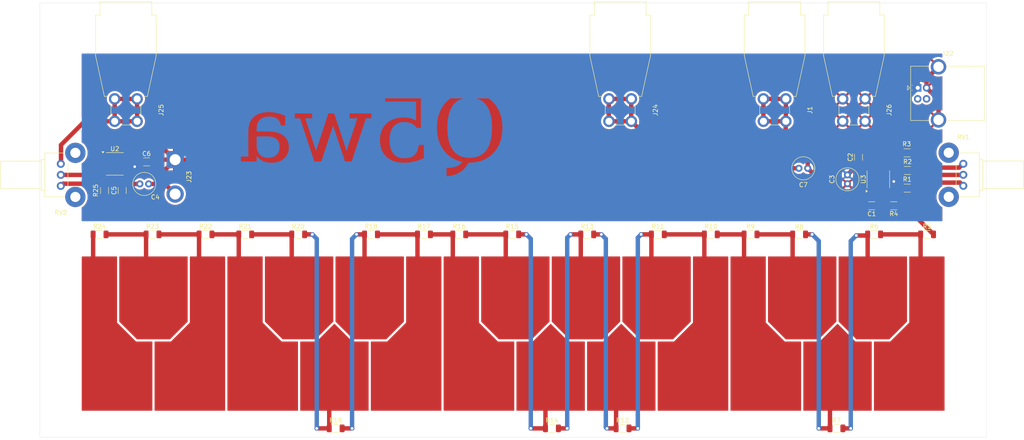
<source format=kicad_pcb>
(kicad_pcb (version 20240108) (generator "pcbnew") (generator_version "8.0")
  (layers (0 "F.Cu" signal) (31 "B.Cu" signal) (34 "B.Paste" user) (35 "F.Paste" user) (36 "B.SilkS" user "B.Silkscreen") (37 "F.SilkS" user "F.Silkscreen") (38 "B.Mask" user) (39 "F.Mask" user) (44 "Edge.Cuts" user))
  (net 0 "")
  (net 1 "Net-(U3-THR)")
  (net 2 "GND")
  (net 3 "VCC")
  (net 4 "Net-(J23-Pin_2)")
  (net 5 "Net-(C4-Pad1)")
  (net 6 "Net-(C5-Pad1)")
  (net 7 "Net-(J1-Pin_1)")
  (net 10 "Net-(J25-Pin_1)")
  (net 11 "Net-(R1-Pad2)")
  (net 12 "Net-(R2-Pad1)")
  (net 13 "Net-(U3-CV)")
  (net 14 "Net-(R3-Pad2)")
  (net 15 "Net-(R4-Pad1)")
  (net 16 "Net-(J2-Pin_1)")
  (net 17 "Net-(J3-Pin_1)")
  (net 18 "Net-(J4-Pin_1)")
  (net 19 "Net-(J5-Pin_1)")
  (net 20 "Net-(J6-Pin_1)")
  (net 21 "Net-(J7-Pin_1)")
  (net 22 "Net-(J8-Pin_1)")
  (net 23 "Net-(J9-Pin_1)")
  (net 24 "Net-(J10-Pin_1)")
  (net 25 "Net-(J11-Pin_1)")
  (net 26 "Net-(J12-Pin_1)")
  (net 27 "Net-(J13-Pin_1)")
  (net 28 "Net-(J14-Pin_1)")
  (net 29 "Net-(J15-Pin_1)")
  (net 30 "Net-(J16-Pin_1)")
  (net 31 "Net-(J17-Pin_1)")
  (net 32 "Net-(J18-Pin_1)")
  (net 33 "Net-(J19-Pin_1)")
  (net 34 "Net-(J20-Pin_1)")
  (net 35 "Net-(J21-Pin_1)")
  (net 36 "Net-(U2-+)")
  (net 41 "Net-(J24-Pin_1)")
  (footprint "Resistor_SMD:R_1206_3216Metric" (layer "F.Cu") (at 143.0375 108)
    (property "Reference" "R15" (at 0 -1.82 0) (layer "F.SilkS"))
    (property "Value" "6k34")
    (pad "1" smd roundrect (at -1.4625 0) (size 1.125 1.75) (layers "F.Cu" "F.Paste" "F.Mask") (roundrect_rratio 0.222222) (net 26 "Net-(J12-Pin_1)"))
    (pad "2" smd roundrect (at 1.4625 0) (size 1.125 1.75) (layers "F.Cu" "F.Paste" "F.Mask") (roundrect_rratio 0.222222) (net 25 "Net-(J11-Pin_1)"))
  )
  (footprint "MountingHole:MountingHole_3.2mm_M3" (layer "F.Cu") (at 245.5 149)
    (property "Reference" "REF04" (hide yes))
    (property "Value" "MountingHole_3.2mm_M3" (hide yes))
    (pad "" np_thru_hole circle (at 0 0) (size 3.2 3.2) (drill 3.2) (layers "F&B.Cu" "*.Mask"))
  )
  (footprint "Capacitor_THT:C_Radial_D5.0mm_H11.0mm_P2.00mm" (layer "F.Cu") (at 58.66 96.545)
    (property "Reference" "C4" (at 3.5 3 0) (layer "F.SilkS"))
    (property "Value" "100uF")
    (pad "1" thru_hole circle (at 0 0) (size 1.6 1.6) (drill 0.8) (layers "*.Cu" "*.Mask") (net 5 "Net-(C4-Pad1)"))
    (pad "2" thru_hole circle (at 2 0) (size 1.6 1.6) (drill 0.8) (layers "*.Cu" "*.Mask") (net 4 "Net-(J23-Pin_2)"))
  )
  (footprint "Connector:CalTest_CT3151" (layer "F.Cu") (at 223 77.25 -90)
    (property "Reference" "J26" (at 2.54 -5.46 90) (layer "F.SilkS"))
    (property "Value" "GND")
    (pad "1" thru_hole circle (at 0 0 270) (size 2.6 2.6) (drill 1.6) (layers "*.Cu" "*.Mask") (net 2 "GND"))
    (pad "1" thru_hole circle (at 0 5.08 270) (size 2.6 2.6) (drill 1.6) (layers "*.Cu" "*.Mask") (net 2 "GND"))
    (pad "1" thru_hole circle (at 5.08 0 270) (size 2.6 2.6) (drill 1.6) (layers "*.Cu" "*.Mask") (net 2 "GND"))
    (pad "1" thru_hole circle (at 5.08 5.08 270) (size 2.6 2.6) (drill 1.6) (layers "*.Cu" "*.Mask") (net 2 "GND"))
  )
  (footprint "Resistor_SMD:R_1206_3216Metric" (layer "F.Cu") (at 73.5375 108)
    (property "Reference" "R22" (at 0 -1.82 0) (layer "F.SilkS"))
    (property "Value" "9k53")
    (pad "1" smd roundrect (at -1.4625 0) (size 1.125 1.75) (layers "F.Cu" "F.Paste" "F.Mask") (roundrect_rratio 0.222222) (net 33 "Net-(J19-Pin_1)"))
    (pad "2" smd roundrect (at 1.4625 0) (size 1.125 1.75) (layers "F.Cu" "F.Paste" "F.Mask") (roundrect_rratio 0.222222) (net 32 "Net-(J18-Pin_1)"))
  )
  (footprint "Resistor_SMD:R_1206_3216Metric" (layer "F.Cu") (at 131.0375 108)
    (property "Reference" "R16" (at 0 -1.82 0) (layer "F.SilkS"))
    (property "Value" "6k73")
    (pad "1" smd roundrect (at -1.4625 0) (size 1.125 1.75) (layers "F.Cu" "F.Paste" "F.Mask") (roundrect_rratio 0.222222) (net 27 "Net-(J13-Pin_1)"))
    (pad "2" smd roundrect (at 1.4625 0) (size 1.125 1.75) (layers "F.Cu" "F.Paste" "F.Mask") (roundrect_rratio 0.222222) (net 26 "Net-(J12-Pin_1)"))
  )
  (footprint "Resistor_SMD:R_1206_3216Metric" (layer "F.Cu") (at 168.0375 152)
    (property "Reference" "R12" (at 0 -1.82 0) (layer "F.SilkS"))
    (property "Value" "5k36")
    (pad "1" smd roundrect (at -1.4625 0) (size 1.125 1.75) (layers "F.Cu" "F.Paste" "F.Mask") (roundrect_rratio 0.222222) (net 23 "Net-(J9-Pin_1)"))
    (pad "2" smd roundrect (at 1.4625 0) (size 1.125 1.75) (layers "F.Cu" "F.Paste" "F.Mask") (roundrect_rratio 0.222222) (net 22 "Net-(J8-Pin_1)"))
  )
  (footprint "Capacitor_THT:C_Radial_D5.0mm_H11.0mm_P2.00mm" (layer "F.Cu") (at 210 93 180)
    (property "Reference" "C7" (at 1 -3.75 360) (layer "F.SilkS"))
    (property "Value" "100uF")
    (pad "1" thru_hole circle (at 0 0 180) (size 1.6 1.6) (drill 0.8) (layers "*.Cu" "*.Mask") (net 7 "Net-(J1-Pin_1)"))
    (pad "2" thru_hole circle (at 2 0 180) (size 1.6 1.6) (drill 0.8) (layers "*.Cu" "*.Mask") (net 41 "Net-(J24-Pin_1)"))
  )
  (footprint "Resistor_SMD:R_1206_3216Metric" (layer "F.Cu") (at 188.0375 108)
    (property "Reference" "R10" (at 0 -1.82 0) (layer "F.SilkS"))
    (property "Value" "4k75")
    (pad "1" smd roundrect (at -1.4625 0) (size 1.125 1.75) (layers "F.Cu" "F.Paste" "F.Mask") (roundrect_rratio 0.222222) (net 21 "Net-(J7-Pin_1)"))
    (pad "2" smd roundrect (at 1.4625 0) (size 1.125 1.75) (layers "F.Cu" "F.Paste" "F.Mask") (roundrect_rratio 0.222222) (net 20 "Net-(J6-Pin_1)"))
  )
  (footprint "Resistor_SMD:R_1206_3216Metric" (layer "F.Cu") (at 232.575 93.5 180)
    (property "Reference" "R2" (at -0.0375 2 0) (layer "F.SilkS"))
    (property "Value" "4k7")
    (pad "1" smd roundrect (at -1.4625 0 180) (size 1.125 1.75) (layers "F.Cu" "F.Paste" "F.Mask") (roundrect_rratio 0.222222) (net 12 "Net-(R2-Pad1)"))
    (pad "2" smd roundrect (at 1.4625 0 180) (size 1.125 1.75) (layers "F.Cu" "F.Paste" "F.Mask") (roundrect_rratio 0.222222) (net 13 "Net-(U3-CV)"))
  )
  (footprint "Capacitor_THT:C_Radial_D5.0mm_H11.0mm_P2.00mm" (layer "F.Cu") (at 219 94.5 -90)
    (property "Reference" "C3" (at 1 3.5 90) (layer "F.SilkS"))
    (property "Value" "100uF" (hide yes))
    (pad "1" thru_hole circle (at 0 0 270) (size 1.6 1.6) (drill 0.8) (layers "*.Cu" "*.Mask") (net 3 "VCC"))
    (pad "2" thru_hole circle (at 2 0 270) (size 1.6 1.6) (drill 0.8) (layers "*.Cu" "*.Mask") (net 2 "GND"))
  )
  (footprint "Connector_Wire:SolderWire-2sqmm_1x02_P7.8mm_D2mm_OD3.9mm" (layer "F.Cu") (at 66.66 91.045 -90)
    (property "Reference" "J23" (at 3.9 -3.15 90) (layer "F.SilkS"))
    (property "Value" "Conn_01x02_Pin")
    (pad "1" thru_hole roundrect (at 0 0 270) (size 3.9 3.9) (drill 2.5) (layers "*.Cu" "*.Mask") (roundrect_rratio 0.064103) (net 2 "GND"))
    (pad "2" thru_hole circle (at 7.8 0 270) (size 3.9 3.9) (drill 2.5) (layers "*.Cu" "*.Mask") (net 4 "Net-(J23-Pin_2)"))
  )
  (footprint "Resistor_SMD:R_1206_3216Metric" (layer "F.Cu") (at 229.5 101.5 180)
    (property "Reference" "R4" (at 0 -1.82 0) (layer "F.SilkS"))
    (property "Value" "61k9")
    (pad "1" smd roundrect (at -1.4625 0 180) (size 1.125 1.75) (layers "F.Cu" "F.Paste" "F.Mask") (roundrect_rratio 0.222222) (net 15 "Net-(R4-Pad1)"))
    (pad "2" smd roundrect (at 1.4625 0 180) (size 1.125 1.75) (layers "F.Cu" "F.Paste" "F.Mask") (roundrect_rratio 0.222222) (net 1 "Net-(U3-THR)"))
  )
  (footprint "Potentiometer_THT:Potentiometer_Bourns_PTV09A-2_Single_Horizontal" (layer "F.Cu") (at 245.25 96.975)
    (property "Reference" "RV1" (at 0 -11.05 0) (layer "F.SilkS"))
    (property "Value" "4k7")
    (pad "" thru_hole circle (at -3.3 -7.5) (size 4.6 4.6) (drill 2.3) (layers "*.Cu" "*.Mask"))
    (pad "" thru_hole circle (at -3.3 2.5) (size 4.6 4.6) (drill 2.3) (layers "*.Cu" "*.Mask"))
    (pad "1" thru_hole circle (at 0 0) (size 1.8 1.8) (drill 1) (layers "*.Cu" "*.Mask") (net 11 "Net-(R1-Pad2)"))
    (pad "2" thru_hole circle (at 0 -2.5) (size 1.8 1.8) (drill 1) (layers "*.Cu" "*.Mask") (net 12 "Net-(R2-Pad1)"))
    (pad "3" thru_hole circle (at 0 -5) (size 1.8 1.8) (drill 1) (layers "*.Cu" "*.Mask") (net 14 "Net-(R3-Pad2)"))
  )
  (footprint "Resistor_SMD:R_1206_3216Metric" (layer "F.Cu") (at 176.0375 108)
    (property "Reference" "R11" (at 0 -1.82 0) (layer "F.SilkS"))
    (property "Value" "5k11")
    (pad "1" smd roundrect (at -1.4625 0) (size 1.125 1.75) (layers "F.Cu" "F.Paste" "F.Mask") (roundrect_rratio 0.222222) (net 22 "Net-(J8-Pin_1)"))
    (pad "2" smd roundrect (at 1.4625 0) (size 1.125 1.75) (layers "F.Cu" "F.Paste" "F.Mask") (roundrect_rratio 0.222222) (net 21 "Net-(J7-Pin_1)"))
  )
  (footprint "Resistor_SMD:R_1206_3216Metric" (layer "F.Cu") (at 216.5 152)
    (property "Reference" "R7" (at 0 -1.82 0) (layer "F.SilkS"))
    (property "Value" "4k02")
    (pad "1" smd roundrect (at -1.4625 0) (size 1.125 1.75) (layers "F.Cu" "F.Paste" "F.Mask") (roundrect_rratio 0.222222) (net 18 "Net-(J4-Pin_1)"))
    (pad "2" smd roundrect (at 1.4625 0) (size 1.125 1.75) (layers "F.Cu" "F.Paste" "F.Mask") (roundrect_rratio 0.222222) (net 17 "Net-(J3-Pin_1)"))
  )
  (footprint "MountingHole:MountingHole_3.2mm_M3" (layer "F.Cu") (at 245.5 60.5)
    (property "Reference" "REF01" (hide yes))
    (property "Value" "MountingHole_3.2mm_M3" (hide yes))
    (pad "" np_thru_hole circle (at 0 0) (size 3.2 3.2) (drill 3.2) (layers "*.Cu" "*.Mask"))
  )
  (footprint "Resistor_SMD:R_1206_3216Metric" (layer "F.Cu") (at 232.5 89.5)
    (property "Reference" "R3" (at -0.07 -2 0) (layer "F.SilkS"))
    (property "Value" "3k3")
    (pad "1" smd roundrect (at -1.4625 0) (size 1.125 1.75) (layers "F.Cu" "F.Paste" "F.Mask") (roundrect_rratio 0.222222) (net 2 "GND"))
    (pad "2" smd roundrect (at 1.4625 0) (size 1.125 1.75) (layers "F.Cu" "F.Paste" "F.Mask") (roundrect_rratio 0.222222) (net 14 "Net-(R3-Pad2)"))
  )
  (footprint "MountingHole:MountingHole_3.2mm_M3" (layer "F.Cu") (at 41 149)
    (property "Reference" "REF03" (hide yes))
    (property "Value" "MountingHole_3.2mm_M3" (hide yes))
    (pad "" np_thru_hole circle (at 0 0) (size 3.2 3.2) (drill 3.2) (layers "F&B.Cu" "*.Mask"))
  )
  (footprint "Connector:CalTest_CT3151" (layer "F.Cu") (at 58.04 77.26 -90)
    (property "Reference" "J25" (at 2.54 -5.46 90) (layer "F.SilkS"))
    (property "Value" "AMP")
    (pad "1" thru_hole circle (at 0 0 270) (size 2.6 2.6) (drill 1.6) (layers "*.Cu" "*.Mask") (net 10 "Net-(J25-Pin_1)"))
    (pad "1" thru_hole circle (at 0 5.08 270) (size 2.6 2.6) (drill 1.6) (layers "*.Cu" "*.Mask") (net 10 "Net-(J25-Pin_1)"))
    (pad "1" thru_hole circle (at 5.08 0 270) (size 2.6 2.6) (drill 1.6) (layers "*.Cu" "*.Mask") (net 10 "Net-(J25-Pin_1)"))
    (pad "1" thru_hole circle (at 5.08 5.08 270) (size 2.6 2.6) (drill 1.6) (layers "*.Cu" "*.Mask") (net 10 "Net-(J25-Pin_1)"))
  )
  (footprint "Capacitor_SMD:C_1206_3216Metric" (layer "F.Cu") (at 54.66 98.045 90)
    (property "Reference" "C5" (at 0 -1.85 90) (layer "F.SilkS"))
    (property "Value" "50nF")
    (pad "1" smd roundrect (at -1.475 0 90) (size 1.15 1.8) (layers "F.Cu" "F.Paste" "F.Mask") (roundrect_rratio 0.217391) (net 6 "Net-(C5-Pad1)"))
    (pad "2" smd roundrect (at 1.475 0 90) (size 1.15 1.8) (layers "F.Cu" "F.Paste" "F.Mask") (roundrect_rratio 0.217391) (net 5 "Net-(C4-Pad1)"))
  )
  (footprint "Resistor_SMD:R_1206_3216Metric" (layer "F.Cu") (at 50.66 98.045 -90)
    (property "Reference" "R25" (at 0 2 90) (layer "F.SilkS"))
    (property "Value" "10R")
    (pad "1" smd roundrect (at -1.4625 0 270) (size 1.125 1.75) (layers "F.Cu" "F.Paste" "F.Mask") (roundrect_rratio 0.222222) (net 2 "GND"))
    (pad "2" smd roundrect (at 1.4625 0 270) (size 1.125 1.75) (layers "F.Cu" "F.Paste" "F.Mask") (roundrect_rratio 0.222222) (net 6 "Net-(C5-Pad1)"))
  )
  (footprint "stylo:stylo_photo" (layer "F.Cu") (at 111 82.5)
    (property "Reference" "G***" (hide yes))
    (property "Value" "LOGO" (hide yes))
  )
  (footprint "Package_SO:SOIC-8_3.9x4.9mm_P1.27mm" (layer "F.Cu") (at 53 92)
    (property "Reference" "U2" (at 0 -3.4 0) (layer "F.SilkS"))
    (property "Value" "LM386")
    (pad "1" smd roundrect (at -2.475 -1.905) (size 1.95 0.6) (layers "F.Cu" "F.Paste" "F.Mask"))
    (pad "2" smd roundrect (at -2.475 -0.635) (size 1.95 0.6) (layers "F.Cu" "F.Paste" "F.Mask") (net 2 "GND"))
    (pad "3" smd roundrect (at -2.475 0.635) (size 1.95 0.6) (layers "F.Cu" "F.Paste" "F.Mask") (net 36 "Net-(U2-+)"))
    (pad "4" smd roundrect (at -2.475 1.905) (size 1.95 0.6) (layers "F.Cu" "F.Paste" "F.Mask") (net 2 "GND"))
    (pad "5" smd roundrect (at 2.475 1.905) (size 1.95 0.6) (layers "F.Cu" "F.Paste" "F.Mask") (net 5 "Net-(C4-Pad1)"))
    (pad "6" smd roundrect (at 2.475 0.635) (size 1.95 0.6) (layers "F.Cu" "F.Paste" "F.Mask") (net 3 "VCC"))
    (pad "7" smd roundrect (at 2.475 -0.635) (size 1.95 0.6) (layers "F.Cu" "F.Paste" "F.Mask"))
    (pad "8" smd roundrect (at 2.475 -1.905) (size 1.95 0.6) (layers "F.Cu" "F.Paste" "F.Mask"))
  )
  (footprint "Connector:CalTest_CT3151" (layer "F.Cu") (at 170.04 77.26 -90)
    (property "Reference" "J24" (at 2.54 -5.46 90) (layer "F.SilkS"))
    (property "Value" "SIGNAL_OUT")
    (pad "1" thru_hole circle (at 0 0 270) (size 2.6 2.6) (drill 1.6) (layers "*.Cu" "*.Mask") (net 41 "Net-(J24-Pin_1)"))
    (pad "1" thru_hole circle (at 0 5.08 270) (size 2.6 2.6) (drill 1.6) (layers "*.Cu" "*.Mask") (net 41 "Net-(J24-Pin_1)"))
    (pad "1" thru_hole circle (at 5.08 0 270) (size 2.6 2.6) (drill 1.6) (layers "*.Cu" "*.Mask") (net 41 "Net-(J24-Pin_1)"))
    (pad "1" thru_hole circle (at 5.08 5.08 270) (size 2.6 2.6) (drill 1.6) (layers "*.Cu" "*.Mask") (net 41 "Net-(J24-Pin_1)"))
  )
  (footprint "Resistor_SMD:R_1206_3216Metric" (layer "F.Cu") (at 94.5375 108)
    (property "Reference" "R20" (at 0 -1.82 0) (layer "F.SilkS"))
    (property "Value" "8k56")
    (pad "1" smd roundrect (at -1.4625 0) (size 1.125 1.75) (layers "F.Cu" "F.Paste" "F.Mask") (roundrect_rratio 0.222222) (net 31 "Net-(J17-Pin_1)"))
    (pad "2" smd roundrect (at 1.4625 0) (size 1.125 1.75) (layers "F.Cu" "F.Paste" "F.Mask") (roundrect_rratio 0.222222) (net 30 "Net-(J16-Pin_1)"))
  )
  (footprint "Resistor_SMD:R_1206_3216Metric" (layer "F.Cu") (at 61.5375 108)
    (property "Reference" "R23" (at 0 -1.82 0) (layer "F.SilkS"))
    (property "Value" "10k1")
    (pad "1" smd roundrect (at -1.4625 0) (size 1.125 1.75) (layers "F.Cu" "F.Paste" "F.Mask") (roundrect_rratio 0.222222) (net 34 "Net-(J20-Pin_1)"))
    (pad "2" smd roundrect (at 1.4625 0) (size 1.125 1.75) (layers "F.Cu" "F.Paste" "F.Mask") (roundrect_rratio 0.222222) (net 33 "Net-(J19-Pin_1)"))
  )
  (footprint "Resistor_SMD:R_1206_3216Metric" (layer "F.Cu") (at 237.0375 108)
    (property "Reference" "R5" (at 0 -1.82 0) (layer "F.SilkS"))
    (property "Value" "1k93")
    (pad "1" smd roundrect (at -1.4625 0) (size 1.125 1.75) (layers "F.Cu" "F.Paste" "F.Mask") (roundrect_rratio 0.222222) (net 16 "Net-(J2-Pin_1)"))
    (pad "2" smd roundrect (at 1.4625 0) (size 1.125 1.75) (layers "F.Cu" "F.Paste" "F.Mask") (roundrect_rratio 0.222222) (net 15 "Net-(R4-Pad1)"))
  )
  (footprint "Resistor_SMD:R_1206_3216Metric" (layer "F.Cu") (at 208.0375 108)
    (property "Reference" "R8" (at 0 -1.71 0) (layer "F.SilkS"))
    (property "Value" "4k27")
    (pad "1" smd roundrect (at -1.4625 0) (size 1.125 1.75) (layers "F.Cu" "F.Paste" "F.Mask") (roundrect_rratio 0.222222) (net 19 "Net-(J5-Pin_1)"))
    (pad "2" smd roundrect (at 1.4625 0) (size 1.125 1.75) (layers "F.Cu" "F.Paste" "F.Mask") (roundrect_rratio 0.222222) (net 18 "Net-(J4-Pin_1)"))
  )
  (footprint "MountingHole:MountingHole_3.2mm_M3" (layer "F.Cu") (at 41 60.5)
    (property "Reference" "REF02" (hide yes))
    (property "Value" "MountingHole_3.2mm_M3" (hide yes))
    (pad "" np_thru_hole circle (at 0 0) (size 3.2 3.2) (drill 3.2) (layers "*.Cu" "*.Mask"))
  )
  (footprint "Resistor_SMD:R_1206_3216Metric" (layer "F.Cu") (at 103.0375 152)
    (property "Reference" "R19" (at 0 -1.82 0) (layer "F.SilkS"))
    (property "Value" "8k06")
    (pad "1" smd roundrect (at -1.4625 0) (size 1.125 1.75) (layers "F.Cu" "F.Paste" "F.Mask") (roundrect_rratio 0.222222) (net 30 "Net-(J16-Pin_1)"))
    (pad "2" smd roundrect (at 1.4625 0) (size 1.125 1.75) (layers "F.Cu" "F.Paste" "F.Mask") (roundrect_rratio 0.222222) (net 29 "Net-(J15-Pin_1)"))
  )
  (footprint "Capacitor_SMD:C_1206_3216Metric" (layer "F.Cu") (at 224.5 101.5 180)
    (property "Reference" "C1" (at 0 -1.85 0) (layer "F.SilkS"))
    (property "Value" "33nF")
    (pad "1" smd roundrect (at -1.475 0 180) (size 1.15 1.8) (layers "F.Cu" "F.Paste" "F.Mask") (roundrect_rratio 0.217391) (net 1 "Net-(U3-THR)"))
    (pad "2" smd roundrect (at 1.475 0 180) (size 1.15 1.8) (layers "F.Cu" "F.Paste" "F.Mask") (roundrect_rratio 0.217391) (net 2 "GND"))
  )
  (footprint "Connector:CalTest_CT3151" (layer "F.Cu") (at 205.04 77.26 -90)
    (property "Reference" "J1" (at 2.54 -5.46 90) (layer "F.SilkS"))
    (property "Value" "Stylus")
    (pad "1" thru_hole circle (at 0 0 270) (size 2.6 2.6) (drill 1.6) (layers "*.Cu" "*.Mask") (net 7 "Net-(J1-Pin_1)"))
    (pad "1" thru_hole circle (at 0 5.08 270) (size 2.6 2.6) (drill 1.6) (layers "*.Cu" "*.Mask") (net 7 "Net-(J1-Pin_1)"))
    (pad "1" thru_hole circle (at 5.08 0 270) (size 2.6 2.6) (drill 1.6) (layers "*.Cu" "*.Mask") (net 7 "Net-(J1-Pin_1)"))
    (pad "1" thru_hole circle (at 5.08 5.08 270) (size 2.6 2.6) (drill 1.6) (layers "*.Cu" "*.Mask") (net 7 "Net-(J1-Pin_1)"))
  )
  (footprint "Resistor_SMD:R_1206_3216Metric" (layer "F.Cu") (at 152.0375 152)
    (property "Reference" "R14" (at 0 -1.82 0) (layer "F.SilkS"))
    (property "Value" "6k04")
    (pad "1" smd roundrect (at -1.4625 0) (size 1.125 1.75) (layers "F.Cu" "F.Paste" "F.Mask") (roundrect_rratio 0.222222) (net 25 "Net-(J11-Pin_1)"))
    (pad "2" smd roundrect (at 1.4625 0) (size 1.125 1.75) (layers "F.Cu" "F.Paste" "F.Mask") (roundrect_rratio 0.222222) (net 24 "Net-(J10-Pin_1)"))
  )
  (footprint "Resistor_SMD:R_1206_3216Metric" (layer "F.Cu") (at 160.0375 108)
    (property "Reference" "R13" (at 0 -1.82 0) (layer "F.SilkS"))
    (property "Value" "5k69")
    (pad "1" smd roundrect (at -1.4625 0) (size 1.125 1.75) (layers "F.Cu" "F.Paste" "F.Mask") (roundrect_rratio 0.222222) (net 24 "Net-(J10-Pin_1)"))
    (pad "2" smd roundrect (at 1.4625 0) (size 1.125 1.75) (layers "F.Cu" "F.Paste" "F.Mask") (roundrect_rratio 0.222222) (net 23 "Net-(J9-Pin_1)"))
  )
  (footprint "Connector_USB:USB_B_OST_USB-B1HSxx_Horizontal" (layer "F.Cu") (at 234.9225 74.75)
    (property "Reference" "J22" (at 6.76 -7.77 0) (layer "F.SilkS"))
    (property "Value" "USB_B")
    (pad "1" thru_hole rect (at 0 0) (size 1.7 1.7) (drill 0.92) (layers "*.Cu" "*.Mask") (net 3 "VCC"))
    (pad "2" thru_hole circle (at 0 2.5) (size 1.7 1.7) (drill 0.92) (layers "*.Cu" "*.Mask"))
    (pad "3" thru_hole circle (at 2 2.5) (size 1.7 1.7) (drill 0.92) (layers "*.Cu" "*.Mask"))
    (pad "4" thru_hole circle (at 2 0) (size 1.7 1.7) (drill 0.92) (layers "*.Cu" "*.Mask") (net 2 "GND"))
    (pad "5" thru_hole circle (at 4.71 -4.77) (size 3.5 3.5) (drill 2.33) (layers "*.Cu" "*.Mask") (net 2 "GND"))
    (pad "5" thru_hole circle (at 4.71 7.27) (size 3.5 3.5) (drill 2.33) (layers "*.Cu" "*.Mask") (net 2 "GND"))
  )
  (footprint "Resistor_SMD:R_1206_3216Metric" (layer "F.Cu") (at 82.5375 108)
    (property "Reference" "R21" (at 0 -1.82 0) (layer "F.SilkS"))
    (property "Value" "9k09")
    (pad "1" smd roundrect (at -1.4625 0) (size 1.125 1.75) (layers "F.Cu" "F.Paste" "F.Mask") (roundrect_rratio 0.222222) (net 32 "Net-(J18-Pin_1)"))
    (pad "2" smd roundrect (at 1.4625 0) (size 1.125 1.75) (layers "F.Cu" "F.Paste" "F.Mask") (roundrect_rratio 0.222222) (net 31 "Net-(J17-Pin_1)"))
  )
  (footprint "Resistor_SMD:R_1206_3216Metric" (layer "F.Cu") (at 49.5375 108)
    (property "Reference" "R24" (at 0 -1.82 0) (layer "F.SilkS"))
    (property "Value" "10k7")
    (pad "1" smd roundrect (at -1.4625 0) (size 1.125 1.75) (layers "F.Cu" "F.Paste" "F.Mask") (roundrect_rratio 0.222222) (net 35 "Net-(J21-Pin_1)"))
    (pad "2" smd roundrect (at 1.4625 0) (size 1.125 1.75) (layers "F.Cu" "F.Paste" "F.Mask") (roundrect_rratio 0.222222) (net 34 "Net-(J20-Pin_1)"))
  )
  (footprint "Capacitor_SMD:C_1206_3216Metric" (layer "F.Cu") (at 60.185 91.545)
    (property "Reference" "C6" (at 0 -1.85 0) (layer "F.SilkS"))
    (property "Value" "100nF")
    (pad "1" smd roundrect (at -1.475 0) (size 1.15 1.8) (layers "F.Cu" "F.Paste" "F.Mask") (roundrect_rratio 0.217391) (net 3 "VCC"))
    (pad "2" smd roundrect (at 1.475 0) (size 1.15 1.8) (layers "F.Cu" "F.Paste" "F.Mask") (roundrect_rratio 0.217391) (net 2 "GND"))
  )
  (footprint "Potentiometer_THT:Potentiometer_Bourns_PTV09A-2_Single_Horizontal" (layer "F.Cu") (at 40.75 92 180)
    (property "Reference" "RV2" (at 0 -11.05 0) (layer "F.SilkS"))
    (property "Value" "10k")
    (pad "" thru_hole circle (at -3.3 -7.5 180) (size 4.6 4.6) (drill 2.3) (layers "*.Cu" "*.Mask"))
    (pad "" thru_hole circle (at -3.3 2.5 180) (size 4.6 4.6) (drill 2.3) (layers "*.Cu" "*.Mask"))
    (pad "1" thru_hole circle (at 0 0 180) (size 1.8 1.8) (drill 1) (layers "*.Cu" "*.Mask") (net 10 "Net-(J25-Pin_1)"))
    (pad "2" thru_hole circle (at 0 -2.5 180) (size 1.8 1.8) (drill 1) (layers "*.Cu" "*.Mask") (net 36 "Net-(U2-+)"))
    (pad "3" thru_hole circle (at 0 -5 180) (size 1.8 1.8) (drill 1) (layers "*.Cu" "*.Mask") (net 2 "GND"))
  )
  (footprint "Resistor_SMD:R_1206_3216Metric" (layer "F.Cu") (at 232.5375 97.5)
    (property "Reference" "R1" (at 0 -2 0) (layer "F.SilkS"))
    (property "Value" "1k0")
    (pad "1" smd roundrect (at -1.4625 0) (size 1.125 1.75) (layers "F.Cu" "F.Paste" "F.Mask") (roundrect_rratio 0.222222) (net 3 "VCC"))
    (pad "2" smd roundrect (at 1.4625 0) (size 1.125 1.75) (layers "F.Cu" "F.Paste" "F.Mask") (roundrect_rratio 0.222222) (net 11 "Net-(R1-Pad2)"))
  )
  (footprint "Capacitor_SMD:C_1206_3216Metric" (layer "F.Cu") (at 221.5 90.5 90)
    (property "Reference" "C2" (at 0 -1.85 90) (layer "F.SilkS"))
    (property "Value" "100nF" (hide yes))
    (pad "1" smd roundrect (at -1.475 0 90) (size 1.15 1.8) (layers "F.Cu" "F.Paste" "F.Mask") (roundrect_rratio 0.217391) (net 3 "VCC"))
    (pad "2" smd roundrect (at 1.475 0 90) (size 1.15 1.8) (layers "F.Cu" "F.Paste" "F.Mask") (roundrect_rratio 0.217391) (net 2 "GND"))
  )
  (footprint "Resistor_SMD:R_1206_3216Metric" (layer "F.Cu") (at 111.0375 108)
    (property "Reference" "R18" (at 0 -1.82 0) (layer "F.SilkS"))
    (property "Value" "7k59")
    (pad "1" smd roundrect (at -1.4625 0) (size 1.125 1.75) (layers "F.Cu" "F.Paste" "F.Mask") (roundrect_rratio 0.222222) (net 29 "Net-(J15-Pin_1)"))
    (pad "2" smd roundrect (at 1.4625 0) (size 1.125 1.75) (layers "F.Cu" "F.Paste" "F.Mask") (roundrect_rratio 0.222222) (net 28 "Net-(J14-Pin_1)"))
  )
  (footprint "Resistor_SMD:R_1206_3216Metric" (layer "F.Cu") (at 225.0375 108)
    (property "Reference" "R6" (at 0 -1.82 0) (layer "F.SilkS"))
    (property "Value" "3k79")
    (pad "1" smd roundrect (at -1.4625 0) (size 1.125 1.75) (layers "F.Cu" "F.Paste" "F.Mask") (roundrect_rratio 0.222222) (net 17 "Net-(J3-Pin_1)"))
    (pad "2" smd roundrect (at 1.4625 0) (size 1.125 1.75) (layers "F.Cu" "F.Paste" "F.Mask") (roundrect_rratio 0.222222) (net 16 "Net-(J2-Pin_1)"))
  )
  (footprint "Resistor_SMD:R_1206_3216Metric" (layer "F.Cu") (at 123.0375 108)
    (property "Reference" "R17" (at 0 -1.82 0) (layer "F.SilkS"))
    (property "Value" "7k15")
    (pad "1" smd roundrect (at -1.4625 0) (size 1.125 1.75) (layers "F.Cu" "F.Paste" "F.Mask") (roundrect_rratio 0.222222) (net 28 "Net-(J14-Pin_1)"))
    (pad "2" smd roundrect (at 1.4625 0) (size 1.125 1.75) (layers "F.Cu" "F.Paste" "F.Mask") (roundrect_rratio 0.222222) (net 27 "Net-(J13-Pin_1)"))
  )
  (footprint "Package_SO:SOIC-8_3.9x4.9mm_P1.27mm" (layer "F.Cu") (at 226 95.5 90)
    (property "Reference" "U3" (at 0 -3.4 90) (layer "F.SilkS"))
    (property "Value" "LM555xM")
    (pad "1" smd roundrect (at -2.475 -1.905 90) (size 1.95 0.6) (layers "F.Cu" "F.Paste" "F.Mask") (net 2 "GND"))
    (pad "2" smd roundrect (at -2.475 -0.635 90) (size 1.95 0.6) (layers "F.Cu" "F.Paste" "F.Mask") (net 1 "Net-(U3-THR)"))
    (pad "3" smd roundrect (at -2.475 0.635 90) (size 1.95 0.6) (layers "F.Cu" "F.Paste" "F.Mask") (net 7 "Net-(J1-Pin_1)"))
    (pad "4" smd roundrect (at -2.475 1.905 90) (size 1.95 0.6) (layers "F.Cu" "F.Paste" "F.Mask") (net 3 "VCC"))
    (pad "5" smd roundrect (at 2.475 1.905 90) (size 1.95 0.6) (layers "F.Cu" "F.Paste" "F.Mask") (net 13 "Net-(U3-CV)"))
    (pad "6" smd roundrect (at 2.475 0.635 90) (size 1.95 0.6) (layers "F.Cu" "F.Paste" "F.Mask") (net 1 "Net-(U3-THR)"))
    (pad "7" smd roundrect (at 2.475 -0.635 90) (size 1.95 0.6) (layers "F.Cu" "F.Paste" "F.Mask"))
    (pad "8" smd roundrect (at 2.475 -1.905 90) (size 1.95 0.6) (layers "F.Cu" "F.Paste" "F.Mask") (net 3 "VCC"))
  )
  (footprint "Resistor_SMD:R_1206_3216Metric" (layer "F.Cu") (at 197.0375 108)
    (property "Reference" "R9" (at 0 -1.82 0) (layer "F.SilkS"))
    (property "Value" "4k53")
    (pad "1" smd roundrect (at -1.4625 0) (size 1.125 1.75) (layers "F.Cu" "F.Paste" "F.Mask") (roundrect_rratio 0.222222) (net 20 "Net-(J6-Pin_1)"))
    (pad "2" smd roundrect (at 1.4625 0) (size 1.125 1.75) (layers "F.Cu" "F.Paste" "F.Mask") (roundrect_rratio 0.222222) (net 19 "Net-(J5-Pin_1)"))
  )
  (gr_rect (start 36 55.5) (end 250.5 154) (stroke (width 0.05)) (fill none) (layer "Edge.Cuts"))
  (gr_text "Q5wan" (at 142 94 0) (layer "B.Cu" knockout) (effects (font (size 15 15)) (justify left bottom mirror)))
  (segment (start 225.975 101.5) (end 225.365 100.89) (width 1) (layer "F.Cu") (net 1))
  (segment (start 228.0375 101.5) (end 225.975 101.5) (width 1) (layer "F.Cu") (net 1))
  (segment (start 225.365 100.89) (end 225.365 97.975) (width 1) (layer "F.Cu") (net 1))
  (segment (start 226.635 94.21908) (end 226.635 93.025) (width 1) (layer "F.Cu") (net 1))
  (segment (start 225.365 95.48908) (end 226.635 94.21908) (width 1) (layer "F.Cu") (net 1))
  (segment (start 225.365 97.975) (end 225.365 95.48908) (width 1) (layer "F.Cu") (net 1))
  (segment (start 50.5775 96.5) (end 50.66 96.5825) (width 1) (layer "F.Cu") (net 2))
  (segment (start 66.66 87.66) (end 66.5 87.5) (width 1) (layer "F.Cu") (net 2))
  (segment (start 239.6325 77.46) (end 239.6325 82.02) (width 1) (layer "F.Cu") (net 2))
  (segment (start 236.9225 74.75) (end 236.9225 72.69) (width 1) (layer "F.Cu") (net 2))
  (segment (start 70 87.705) (end 70 87.5) (width 1) (layer "F.Cu") (net 2))
  (segment (start 70.455 91.045) (end 66.66 91.045) (width 1) (layer "F.Cu") (net 2))
  (segment (start 70 94.5) (end 70 95) (width 1) (layer "F.Cu") (net 2))
  (segment (start 236.9225 74.75) (end 239.6325 77.46) (width 1) (layer "F.Cu") (net 2))
  (segment (start 66.66 91.045) (end 66.455 91.045) (width 1) (layer "F.Cu") (net 2))
  (segment (start 66.66 91.16) (end 70 94.5) (width 1) (layer "F.Cu") (net 2))
  (segment (start 63.955 91.045) (end 66.66 91.045) (width 1) (layer "F.Cu") (net 2))
  (segment (start 70.455 91.045) (end 70.5 91) (width 1) (layer "F.Cu") (net 2))
  (segment (start 66.66 91.045) (end 70 87.705) (width 1) (layer "F.Cu") (net 2))
  (segment (start 40.8 97) (end 41.3 96.5) (width 1) (layer "F.Cu") (net 2))
  (segment (start 66.545 91.045) (end 63 87.5) (width 1) (layer "F.Cu") (net 2))
  (segment (start 236.9225 72.69) (end 239.6325 69.98) (width 1) (layer "F.Cu") (net 2))
  (segment (start 66.66 91.045) (end 66.66 91.16) (width 1) (layer "F.Cu") (net 2))
  (segment (start 66.66 91.045) (end 66.66 94.66) (width 1) (layer "F.Cu") (net 2))
  (segment (start 66.66 87.66) (end 66.66 91.045) (width 1) (layer "F.Cu") (net 2))
  (segment (start 66.66 94.66) (end 67 95) (width 1) (layer "F.Cu") (net 2))
  (segment (start 63.955 91.045) (end 63.5 91.5) (width 1) (layer "F.Cu") (net 2))
  (segment (start 66.66 91.045) (end 66.545 91.045) (width 1) (layer "F.Cu") (net 2))
  (segment (start 66.66 91.09) (end 63.5 94.25) (width 1) (layer "F.Cu") (net 2))
  (segment (start 41.3 96.5) (end 50.5775 96.5) (width 1) (layer "F.Cu") (net 2))
  (segment (start 66.66 91.045) (end 66.66 91.09) (width 1) (layer "F.Cu") (net 2))
  (segment (start 221.5 91.975) (end 221.5 92) (width 1) (layer "F.Cu") (net 3))
  (segment (start 228.5 96) (end 227.905 96.595) (width 1) (layer "F.Cu") (net 3))
  (segment (start 58.71 91.545) (end 57.62 92.635) (width 1) (layer "F.Cu") (net 3))
  (segment (start 57.62 92.635) (end 57.5 92.635) (width 1) (layer "F.Cu") (net 3))
  (segment (start 229.5 96) (end 228.5 96) (width 1) (layer "F.Cu") (net 3))
  (segment (start 221.5 92) (end 219 94.5) (width 1) (layer "F.Cu") (net 3))
  (segment (start 222.55 93.025) (end 221.5 91.975) (width 1) (layer "F.Cu") (net 3))
  (segment (start 227.905 96.595) (end 227.905 97.975) (width 1) (layer "F.Cu") (net 3))
  (segment (start 231 97.5) (end 231.075 97.5) (width 1) (layer "F.Cu") (net 3))
  (segment (start 57.5 92.635) (end 55.475 92.635) (width 1) (layer "F.Cu") (net 3))
  (segment (start 224.095 93.025) (end 222.55 93.025) (width 1) (layer "F.Cu") (net 3))
  (segment (start 229.5 96) (end 231 97.5) (width 1) (layer "F.Cu") (net 3))
  (via (at 229.5 96) (size 1) (drill 0.6) (layers "F.Cu" "B.Cu") (net 3))
  (via (at 57.5 92.635) (size 1) (drill 0.6) (layers "F.Cu" "B.Cu") (net 3))
  (segment (start 234.9225 74.8275) (end 234.9225 74.75) (width 1) (layer "B.Cu") (net 3))
  (segment (start 232.5 74.75) (end 234.9225 74.75) (width 1) (layer "B.Cu") (net 3))
  (segment (start 234.9225 72.0775) (end 234.9225 74.75) (width 1) (layer "B.Cu") (net 3))
  (segment (start 234.9225 72.0775) (end 235 72) (width 1) (layer "B.Cu") (net 3))
  (segment (start 234.9225 74.6725) (end 234.9225 74.75) (width 1) (layer "B.Cu") (net 3))
  (segment (start 234.9225 74.8275) (end 233 76.75) (width 1) (layer "B.Cu") (net 3))
  (segment (start 234.9225 74.6725) (end 233 72.75) (width 1) (layer "B.Cu") (net 3))
  (segment (start 60.66 96.545) (end 64.36 96.545) (width 1) (layer "F.Cu") (net 4))
  (segment (start 64.36 96.545) (end 66.66 98.845) (width 1) (layer "F.Cu") (net 4))
  (segment (start 54.66 96.57) (end 54.66 94.72) (width 1) (layer "F.Cu") (net 5))
  (segment (start 58.66 96.545) (end 54.685 96.545) (width 1) (layer "F.Cu") (net 5))
  (segment (start 54.685 96.545) (end 54.66 96.57) (width 1) (layer "F.Cu") (net 5))
  (segment (start 54.66 94.72) (end 55.475 93.905) (width 1) (layer "F.Cu") (net 5))
  (segment (start 54.6475 99.5075) (end 54.66 99.52) (width 1) (layer "F.Cu") (net 6))
  (segment (start 50.66 99.5075) (end 54.6475 99.5075) (width 1) (layer "F.Cu") (net 6))
  (segment (start 205.04 77.26) (end 205.04 82.34) (width 1) (layer "F.Cu") (net 7))
  (segment (start 229.3 100.47457) (end 229.3 102.52543) (width 1) (layer "F.Cu") (net 7))
  (segment (start 199.96 77.26) (end 205.04 77.26) (width 1) (layer "F.Cu") (net 7))
  (segment (start 229.3 102.52543) (end 227.82543 104) (width 1) (layer "F.Cu") (net 7))
  (segment (start 221 104) (end 210 93) (width 1) (layer "F.Cu") (net 7))
  (segment (start 227.335001 99.65) (end 228.47543 99.65) (width 1) (layer "F.Cu") (net 7))
  (segment (start 205.04 82.34) (end 199.96 82.34) (width 1) (layer "F.Cu") (net 7))
  (segment (start 199.96 82.34) (end 199.96 77.26) (width 1) (layer "F.Cu") (net 7))
  (segment (start 227.82543 104) (end 221 104) (width 1) (layer "F.Cu") (net 7))
  (segment (start 228.47543 99.65) (end 229.3 100.47457) (width 1) (layer "F.Cu") (net 7))
  (segment (start 205 86) (end 205 82.38) (width 1) (layer "F.Cu") (net 7))
  (segment (start 210 93) (end 210 91) (width 1) (layer "F.Cu") (net 7))
  (segment (start 226.635 98.949999) (end 227.335001 99.65) (width 1) (layer "F.Cu") (net 7))
  (segment (start 205 82.38) (end 205.04 82.34) (width 1) (layer "F.Cu") (net 7))
  (segment (start 210 91) (end 205 86) (width 1) (layer "F.Cu") (net 7))
  (segment (start 226.635 97.975) (end 226.635 98.949999) (width 1) (layer "F.Cu") (net 7))
  (segment (start 40.8 87.7) (end 40.8 92) (width 1) (layer "F.Cu") (net 10))
  (segment (start 58.04 77.26) (end 58.04 82.34) (width 1) (layer "F.Cu") (net 10))
  (segment (start 52.96 77.26) (end 52.96 82.34) (width 1) (layer "F.Cu") (net 10))
  (segment (start 58.04 82.34) (end 52.96 82.34) (width 1) (layer "F.Cu") (net 10))
  (segment (start 52.96 82.34) (end 46.16 82.34) (width 1) (layer "F.Cu") (net 10))
  (segment (start 58.04 77.26) (end 52.96 77.26) (width 1) (layer "F.Cu") (net 10))
  (segment (start 46.16 82.34) (end 40.8 87.7) (width 1) (layer "F.Cu") (net 10))
  (segment (start 234 97.5) (end 235.25 96.25) (width 1) (layer "F.Cu") (net 11))
  (segment (start 235.25 96.25) (end 244.485 96.25) (width 1) (layer "F.Cu") (net 11))
  (segment (start 244.485 96.25) (end 245.185 96.95) (width 1) (layer "F.Cu") (net 11))
  (segment (start 235.0375 94.5) (end 234.0375 93.5) (width 1) (layer "F.Cu") (net 12))
  (segment (start 245.135 94.5) (end 235.0375 94.5) (width 1) (layer "F.Cu") (net 12))
  (segment (start 245.185 94.45) (end 245.135 94.5) (width 1) (layer "F.Cu") (net 12))
  (segment (start 228.51 93.5) (end 228.035 93.025) (width 1) (layer "F.Cu") (net 13))
  (segment (start 231.1125 93.5) (end 228.51 93.5) (width 1) (layer "F.Cu") (net 13))
  (segment (start 244.285 92.85) (end 237.3125 92.85) (width 1) (layer "F.Cu") (net 14))
  (segment (start 237.3125 92.85) (end 233.9625 89.5) (width 1) (layer "F.Cu") (net 14))
  (segment (start 245.185 91.95) (end 244.285 92.85) (width 1) (layer "F.Cu") (net 14))
  (segment (start 232 101.5) (end 230.9625 101.5) (width 1) (layer "F.Cu") (net 15))
  (segment (start 238.5 108) (end 232 101.5) (width 1) (layer "F.Cu") (net 15))
  (segment (start 235.575 114.325) (end 236.25 115) (width 1) (layer "F.Cu") (net 16))
  (segment (start 235.575 108) (end 235.575 114.325) (width 1) (layer "F.Cu") (net 16))
  (segment (start 226.5 108) (end 235.575 108) (width 1) (layer "F.Cu") (net 16))
  (segment (start 223.575 108) (end 223.575 114.575) (width 1) (layer "F.Cu") (net 17))
  (segment (start 223.575 114.575) (end 224.25 115.25) (width 1) (layer "F.Cu") (net 17))
  (segment (start 217.9625 152) (end 219.75 152) (width 1) (layer "F.Cu") (net 17))
  (segment (start 223.325 108.25) (end 223.575 108) (width 1) (layer "F.Cu") (net 17))
  (segment (start 221 108.25) (end 223.325 108.25) (width 1) (layer "F.Cu") (net 17))
  (via (at 219.75 152) (size 1) (drill 0.6) (layers "F.Cu" "B.Cu") (net 17))
  (via (at 221 108.25) (size 1) (drill 0.6) (layers "F.Cu" "B.Cu") (net 17))
  (segment (start 219.75 109.5) (end 219.75 152) (width 1) (layer "B.Cu") (net 17))
  (segment (start 221 108.25) (end 219.75 109.5) (width 1) (layer "B.Cu") (net 17))
  (segment (start 215.0375 152) (end 215.0375 144.4625) (width 1) (layer "F.Cu") (net 18))
  (segment (start 212.5 152) (end 215.0375 152) (width 1) (layer "F.Cu") (net 18))
  (segment (start 215.0375 144.4625) (end 215.25 144.25) (width 1) (layer "F.Cu") (net 18))
  (segment (start 209.5 108) (end 211 108) (width 1) (layer "F.Cu") (net 18))
  (via (at 212.5 152) (size 1) (drill 0.6) (layers "F.Cu" "B.Cu") (net 18))
  (via (at 211 108) (size 1) (drill 0.6) (layers "F.Cu" "B.Cu") (net 18))
  (segment (start 212.5 109.75) (end 212.5 152) (width 1) (layer "B.Cu") (net 18))
  (segment (start 212.5 109.5) (end 212.5 109.75) (width 1) (layer "B.Cu") (net 18))
  (segment (start 211 108) (end 212.5 109.5) (width 1) (layer "B.Cu") (net 18))
  (segment (start 206.575 113.575) (end 207.25 114.25) (width 1) (layer "F.Cu") (net 19))
  (segment (start 198.5 108) (end 206.575 108) (width 1) (layer "F.Cu") (net 19))
  (segment (start 206.575 108) (end 206.575 113.575) (width 1) (layer "F.Cu") (net 19))
  (segment (start 195.575 108) (end 189.5 108) (width 1) (layer "F.Cu") (net 20))
  (segment (start 195.575 113.825) (end 196.25 114.5) (width 1) (layer "F.Cu") (net 20))
  (segment (start 195.575 108) (end 195.575 113.825) (width 1) (layer "F.Cu") (net 20))
  (segment (start 177.5 108) (end 186.575 108) (width 1) (layer "F.Cu") (net 21))
  (segment (start 186.575 108) (end 186.575 114.075) (width 1) (layer "F.Cu") (net 21))
  (segment (start 186.575 114.075) (end 187.25 114.75) (width 1) (layer "F.Cu") (net 21))
  (segment (start 174.575 115.075) (end 175 115.5) (width 1) (layer "F.Cu") (net 22))
  (segment (start 169.5 152) (end 171.5 152) (width 1) (layer "F.Cu") (net 22))
  (segment (start 174.575 108) (end 174.575 115.075) (width 1) (layer "F.Cu") (net 22))
  (segment (start 172.25 108) (end 174.575 108) (width 1) (layer "F.Cu") (net 22))
  (via (at 171.5 152) (size 1) (drill 0.6) (layers "F.Cu" "B.Cu") (net 22))
  (via (at 172.25 108) (size 1) (drill 0.6) (layers "F.Cu" "B.Cu") (net 22))
  (segment (start 171.5 152) (end 171.5 108.75) (width 1) (layer "B.Cu") (net 22))
  (segment (start 171.5 108.75) (end 172.25 108) (width 1) (layer "B.Cu") (net 22))
  (segment (start 161.5 108) (end 163.25 108) (width 1) (layer "F.Cu") (net 23))
  (segment (start 166.575 152) (end 166.575 144.675) (width 1) (layer "F.Cu") (net 23))
  (segment (start 164.5 152) (end 166.575 152) (width 1) (layer "F.Cu") (net 23))
  (segment (start 166.575 144.675) (end 167 144.25) (width 1) (layer "F.Cu") (net 23))
  (via (at 163.25 108) (size 1) (drill 0.6) (layers "F.Cu" "B.Cu") (net 23))
  (via (at 164.5 152) (size 1) (drill 0.6) (layers "F.Cu" "B.Cu") (net 23))
  (segment (start 164.25 109) (end 164.25 151.75) (width 1) (layer "B.Cu") (net 23))
  (segment (start 163.25 108) (end 164.25 109) (width 1) (layer "B.Cu") (net 23))
  (segment (start 164.25 151.75) (end 164.5 152) (width 1) (layer "B.Cu") (net 23))
  (segment (start 158.575 114.075) (end 159 114.5) (width 1) (layer "F.Cu") (net 24))
  (segment (start 158.575 108) (end 158.575 114.075) (width 1) (layer "F.Cu") (net 24))
  (segment (start 156.25 108) (end 158.575 108) (width 1) (layer "F.Cu") (net 24))
  (segment (start 153.5 152) (end 155.5 152) (width 1) (layer "F.Cu") (net 24))
  (via (at 155.5 152) (size 1) (drill 0.6) (layers "F.Cu" "B.Cu") (net 24))
  (via (at 156.25 108) (size 1) (drill 0.6) (layers "F.Cu" "B.Cu") (net 24))
  (segment (start 155.5 108.75) (end 156.25 108) (width 1) (layer "B.Cu") (net 24))
  (segment (start 155.5 152) (end 155.5 108.75) (width 1) (layer "B.Cu") (net 24))
  (segment (start 147.25 152) (end 150.575 152) (width 1) (layer "F.Cu") (net 25))
  (segment (start 150.575 145.325) (end 150.5 145.25) (width 1) (layer "F.Cu") (net 25))
  (segment (start 150.575 152) (end 150.575 145.325) (width 1) (layer "F.Cu") (net 25))
  (segment (start 144.5 108) (end 146.25 108) (width 1) (layer "F.Cu") (net 25))
  (via (at 146.25 108) (size 1) (drill 0.6) (layers "F.Cu" "B.Cu") (net 25))
  (via (at 147.25 152) (size 1) (drill 0.6) (layers "F.Cu" "B.Cu") (net 25))
  (segment (start 147.25 109) (end 146.25 108) (width 1) (layer "B.Cu") (net 25))
  (segment (start 147.25 109) (end 147.25 152) (width 1) (layer "B.Cu") (net 25))
  (segment (start 141.575 113.825) (end 142 114.25) (width 1) (layer "F.Cu") (net 26))
  (segment (start 132.5 108) (end 141.575 108) (width 1) (layer "F.Cu") (net 26))
  (segment (start 141.575 108) (end 141.575 113.825) (width 1) (layer "F.Cu") (net 26))
  (segment (start 124.5 108) (end 129.575 108) (width 1) (layer "F.Cu") (net 27))
  (segment (start 129.575 113.825) (end 130 114.25) (width 1) (layer "F.Cu") (net 27))
  (segment (start 129.575 108) (end 129.575 113.825) (width 1) (layer "F.Cu") (net 27))
  (segment (start 121.575 114.075) (end 122 114.5) (width 1) (layer "F.Cu") (net 28))
  (segment (start 112.5 108) (end 121.575 108) (width 1) (layer "F.Cu") (net 28))
  (segment (start 121.575 108) (end 121.575 114.075) (width 1) (layer "F.Cu") (net 28))
  (segment (start 109.575 114.325) (end 110 114.75) (width 1) (layer "F.Cu") (net 29))
  (segment (start 104.5 152) (end 106.75 152) (width 1) (layer "F.Cu") (net 29))
  (segment (start 107.75 108) (end 109.575 108) (width 1) (layer "F.Cu") (net 29))
  (segment (start 109.575 108) (end 109.575 114.325) (width 1) (layer "F.Cu") (net 29))
  (via (at 106.75 152) (size 1) (drill 0.6) (layers "F.Cu" "B.Cu") (net 29))
  (via (at 107.75 108) (size 1) (drill 0.6) (layers "F.Cu" "B.Cu") (net 29))
  (segment (start 106.75 152) (end 106.75 109) (width 1) (layer "B.Cu") (net 29))
  (segment (start 106.75 109) (end 107.75 108) (width 1) (layer "B.Cu") (net 29))
  (segment (start 96 108) (end 97.75 108) (width 1) (layer "F.Cu") (net 30))
  (segment (start 101.575 145.925) (end 101.75 145.75) (width 1) (layer "F.Cu") (net 30))
  (segment (start 98.75 152) (end 101.575 152) (width 1) (layer "F.Cu") (net 30))
  (segment (start 101.575 152) (end 101.575 145.925) (width 1) (layer "F.Cu") (net 30))
  (via (at 98.75 152) (size 1) (drill 0.6) (layers "F.Cu" "B.Cu") (net 30))
  (via (at 97.75 108) (size 1) (drill 0.6) (layers "F.Cu" "B.Cu") (net 30))
  (segment (start 98.75 109) (end 98.75 152) (width 1) (layer "B.Cu") (net 30))
  (segment (start 97.75 108) (end 98.75 109) (width 1) (layer "B.Cu") (net 30))
  (segment (start 93.075 113.825) (end 93.5 114.25) (width 1) (layer "F.Cu") (net 31))
  (segment (start 93.075 108) (end 93.075 113.825) (width 1) (layer "F.Cu") (net 31))
  (segment (start 84 108) (end 93.075 108) (width 1) (layer "F.Cu") (net 31))
  (segment (start 75 108) (end 81.075 108) (width 1) (layer "F.Cu") (net 32))
  (segment (start 81.075 114.075) (end 81.5 114.5) (width 1) (layer "F.Cu") (net 32))
  (segment (start 81.075 108) (end 81.075 114.075) (width 1) (layer "F.Cu") (net 32))
  (segment (start 72.075 108) (end 72.075 114.325) (width 1) (layer "F.Cu") (net 33))
  (segment (start 63 108) (end 72.075 108) (width 1) (layer "F.Cu") (net 33))
  (segment (start 72.075 114.325) (end 72.5 114.75) (width 1) (layer "F.Cu") (net 33))
  (segment (start 51 108) (end 60.075 108) (width 1) (layer "F.Cu") (net 34))
  (segment (start 60.075 114.325) (end 60.5 114.75) (width 1) (layer "F.Cu") (net 34))
  (segment (start 60.075 108) (end 60.075 114.325) (width 1) (layer "F.Cu") (net 34))
  (segment (start 60.5 114.75) (end 60 114.25) (width 1) (layer "F.Cu") (net 34))
  (segment (start 48.25 115) (end 48.075 114.825) (width 1) (layer "F.Cu") (net 35))
  (segment (start 48.075 114.825) (end 48.075 108) (width 1) (layer "F.Cu") (net 35))
  (segment (start 46.5 94.5) (end 48.365 92.635) (width 1) (layer "F.Cu") (net 36))
  (segment (start 40.8 94.5) (end 46.5 94.5) (width 1) (layer "F.Cu") (net 36))
  (segment (start 48.365 92.635) (end 50.525 92.635) (width 1) (layer "F.Cu") (net 36))
  (segment (start 180.7 93) (end 170.04 82.34) (width 1) (layer "F.Cu") (net 41))
  (segment (start 164.92 82.34) (end 170 82.34) (width 1) (layer "F.Cu") (net 41))
  (segment (start 164.92 77.26) (end 164.92 82.34) (width 1) (layer "F.Cu") (net 41))
  (segment (start 170 77.26) (end 170 82.34) (width 1) (layer "F.Cu") (net 41))
  (segment (start 164.92 77.26) (end 170 77.26) (width 1) (layer "F.Cu") (net 41))
  (segment (start 208 93) (end 180.7 93) (width 1) (layer "F.Cu") (net 41))
  (zone (net 2) (net_name "GND") (layer "F.Cu") (priority 5) (connect_pads (clearance 0.5)) (min_thickness 0.25) (fill yes (thermal_gap 0.5) (thermal_bridge_width 0.5) (island_removal_mode 1) (island_area_min 10))
    (polygon (pts (xy 45.5 105) (xy 240.5 105) (xy 240.5 67) (xy 45.5 67)))
  )
  (zone (net 32) (net_name "Net-(J18-Pin_1)") (layer "F.Cu") (priority 3) (connect_pads (clearance 0.5)) (min_thickness 0.25) (fill yes (thermal_gap 0.5) (thermal_bridge_width 0.5) (island_removal_mode 1) (island_area_min 10))
    (polygon (pts (xy 78.5 113) (xy 78.5 148) (xy 94.5 148) (xy 94.5 132.297548) (xy 90.797548 132.297548) (xy 86.5 128) (xy 86.5 113)))
  )
  (zone (net 33) (net_name "Net-(J19-Pin_1)") (layer "F.Cu") (priority 2) (connect_pads (clearance 0.5)) (min_thickness 0.25) (fill yes (thermal_gap 0.5) (thermal_bridge_width 0.5) (island_removal_mode 1) (island_area_min 10))
    (polygon (pts (xy 70 113) (xy 78 113) (xy 78 148) (xy 62 148) (xy 62 132.297548) (xy 65.702452 132.297548) (xy 70 128)))
  )
  (zone (net 19) (net_name "Net-(J5-Pin_1)") (layer "F.Cu") (priority 1) (connect_pads (clearance 0.5)) (min_thickness 0.25) (fill yes (thermal_gap 0.5) (thermal_bridge_width 0.5) (island_removal_mode 1) (island_area_min 10))
    (polygon (pts (xy 201 113) (xy 201 127.792893) (xy 205.004655 131.797548) (xy 212.495345 131.797548) (xy 216.5 127.792893) (xy 216.5 113)))
  )
  (zone (net 20) (net_name "Net-(J6-Pin_1)") (layer "F.Cu") (priority 3) (connect_pads (clearance 0.5)) (min_thickness 0.25) (fill yes (thermal_gap 0.5) (thermal_bridge_width 0.5) (island_removal_mode 1) (island_area_min 10))
    (polygon (pts (xy 192.5 113) (xy 192.5 148) (xy 208.5 148) (xy 208.5 132.297548) (xy 204.797548 132.297548) (xy 200.5 128) (xy 200.5 113)))
  )
  (zone (net 25) (net_name "Net-(J11-Pin_1)") (layer "F.Cu") (priority 4) (connect_pads yes (clearance 0.5)) (min_thickness 0.25) (fill yes (thermal_gap 0.5) (thermal_bridge_width 0.5) (island_removal_mode 1) (island_area_min 10))
    (polygon (pts (xy 144 132.297548) (xy 147.702452 132.297548) (xy 151.75 128.25) (xy 155.797548 132.297548) (xy 159.5 132.297548) (xy 159.5 148) (xy 144 148)))
  )
  (zone (net 27) (net_name "Net-(J13-Pin_1)") (layer "F.Cu") (priority 3) (connect_pads (clearance 0.5)) (min_thickness 0.25) (fill yes (thermal_gap 0.5) (thermal_bridge_width 0.5) (island_removal_mode 1) (island_area_min 10))
    (polygon (pts (xy 127.5 113) (xy 127.5 148) (xy 143.5 148) (xy 143.5 132.297548) (xy 139.797548 132.297548) (xy 135.5 128) (xy 135.5 113)))
  )
  (zone (net 18) (net_name "Net-(J4-Pin_1)") (layer "F.Cu") (priority 4) (connect_pads yes (clearance 0.5)) (min_thickness 0.25) (fill yes (thermal_gap 0.5) (thermal_bridge_width 0.5) (island_removal_mode 1) (island_area_min 10))
    (polygon (pts (xy 209 132.297548) (xy 212.702452 132.297548) (xy 216.75 128.25) (xy 220.797548 132.297548) (xy 224.5 132.297548) (xy 224.5 148) (xy 209 148)))
  )
  (zone (net 22) (net_name "Net-(J8-Pin_1)") (layer "F.Cu") (priority 1) (connect_pads (clearance 0.5)) (min_thickness 0.25) (fill yes (thermal_gap 0.5) (thermal_bridge_width 0.5) (island_removal_mode 1) (island_area_min 10))
    (polygon (pts (xy 168 113) (xy 168 127.792893) (xy 172.004655 131.797548) (xy 179.495345 131.797548) (xy 183.5 127.792893) (xy 183.5 113)))
  )
  (zone (net 17) (net_name "Net-(J3-Pin_1)") (layer "F.Cu") (priority 1) (connect_pads (clearance 0.5)) (min_thickness 0.25) (fill yes (thermal_gap 0.5) (thermal_bridge_width 0.5) (island_removal_mode 1) (island_area_min 10))
    (polygon (pts (xy 217 113) (xy 217 127.792893) (xy 221.004655 131.797548) (xy 228.495345 131.797548) (xy 232.5 127.792893) (xy 232.5 113)))
  )
  (zone (net 16) (net_name "Net-(J2-Pin_1)") (layer "F.Cu") (priority 2) (connect_pads (clearance 0.5)) (min_thickness 0.25) (fill yes (thermal_gap 0.5) (thermal_bridge_width 0.5) (island_removal_mode 1) (island_area_min 10))
    (polygon (pts (xy 233 113) (xy 241 113) (xy 241 148) (xy 225 148) (xy 225 132.297548) (xy 228.702452 132.297548) (xy 233 128)))
  )
  (zone (net 30) (net_name "Net-(J16-Pin_1)") (layer "F.Cu") (priority 4) (connect_pads yes (clearance 0.5)) (min_thickness 0.25) (fill yes (thermal_gap 0.5) (thermal_bridge_width 0.5) (island_removal_mode 1) (island_area_min 10))
    (polygon (pts (xy 95 132.297548) (xy 98.702452 132.297548) (xy 102.75 128.25) (xy 106.797548 132.297548) (xy 110.5 132.297548) (xy 110.5 148) (xy 95 148)))
  )
  (zone (net 28) (net_name "Net-(J14-Pin_1)") (layer "F.Cu") (priority 2) (connect_pads (clearance 0.5)) (min_thickness 0.25) (fill yes (thermal_gap 0.5) (thermal_bridge_width 0.5) (island_removal_mode 1) (island_area_min 10))
    (polygon (pts (xy 119 113) (xy 127 113) (xy 127 148) (xy 111 148) (xy 111 132.297548) (xy 114.702452 132.297548) (xy 119 128)))
  )
  (zone (net 34) (net_name "Net-(J20-Pin_1)") (layer "F.Cu") (priority 1) (connect_pads (clearance 0.5)) (min_thickness 0.25) (fill yes (thermal_gap 0.5) (thermal_bridge_width 0.5) (island_removal_mode 1) (island_area_min 10))
    (polygon (pts (xy 54 113) (xy 54 127.792893) (xy 58.004655 131.797548) (xy 65.495345 131.797548) (xy 69.5 127.792893) (xy 69.5 113)))
  )
  (zone (net 35) (net_name "Net-(J21-Pin_1)") (layer "F.Cu") (connect_pads yes (clearance 0.5)) (min_thickness 0.25) (fill yes (thermal_gap 0.5) (thermal_bridge_width 0.5) (island_removal_mode 1) (island_area_min 10))
    (polygon (pts (xy 45.5 113) (xy 53.5 113) (xy 53.5 128) (xy 57.797548 132.297548) (xy 61.5 132.297548) (xy 61.5 148) (xy 45.5 148)))
  )
  (zone (net 26) (net_name "Net-(J12-Pin_1)") (layer "F.Cu") (priority 1) (connect_pads (clearance 0.5)) (min_thickness 0.25) (fill yes (thermal_gap 0.5) (thermal_bridge_width 0.5) (island_removal_mode 1) (island_area_min 10))
    (polygon (pts (xy 136 113) (xy 136 127.792893) (xy 140.004655 131.797548) (xy 147.495345 131.797548) (xy 151.5 127.792893) (xy 151.5 113)))
  )
  (zone (net 29) (net_name "Net-(J15-Pin_1)") (layer "F.Cu") (priority 1) (connect_pads (clearance 0.5)) (min_thickness 0.25) (fill yes (thermal_gap 0.5) (thermal_bridge_width 0.5) (island_removal_mode 1) (island_area_min 10))
    (polygon (pts (xy 103 113) (xy 103 127.792893) (xy 107.004655 131.797548) (xy 114.495345 131.797548) (xy 118.5 127.792893) (xy 118.5 113)))
  )
  (zone (net 31) (net_name "Net-(J17-Pin_1)") (layer "F.Cu") (priority 1) (connect_pads (clearance 0.5)) (min_thickness 0.25) (fill yes (thermal_gap 0.5) (thermal_bridge_width 0.5) (island_removal_mode 1) (island_area_min 10))
    (polygon (pts (xy 87 113) (xy 87 127.792893) (xy 91.004655 131.797548) (xy 98.495345 131.797548) (xy 102.5 127.792893) (xy 102.5 113)))
  )
  (zone (net 23) (net_name "Net-(J9-Pin_1)") (layer "F.Cu") (priority 4) (connect_pads yes (clearance 0.5)) (min_thickness 0.25) (fill yes (thermal_gap 0.5) (thermal_bridge_width 0.5) (island_removal_mode 1) (island_area_min 10))
    (polygon (pts (xy 160 132.297548) (xy 163.702452 132.297548) (xy 167.75 128.25) (xy 171.797548 132.297548) (xy 175.5 132.297548) (xy 175.5 148) (xy 160 148)))
  )
  (zone (net 24) (net_name "Net-(J10-Pin_1)") (layer "F.Cu") (priority 1) (connect_pads (clearance 0.5)) (min_thickness 0.25) (fill yes (thermal_gap 0.5) (thermal_bridge_width 0.5) (island_removal_mode 1) (island_area_min 10))
    (polygon (pts (xy 152 113) (xy 152 127.792893) (xy 156.004655 131.797548) (xy 163.495345 131.797548) (xy 167.5 127.792893) (xy 167.5 113)))
  )
  (zone (net 21) (net_name "Net-(J7-Pin_1)") (layer "F.Cu") (priority 2) (connect_pads (clearance 0.5)) (min_thickness 0.25) (fill yes (thermal_gap 0.5) (thermal_bridge_width 0.5) (island_removal_mode 1) (island_area_min 10))
    (polygon (pts (xy 184 113) (xy 192 113) (xy 192 148) (xy 176 148) (xy 176 132.297548) (xy 179.702452 132.297548) (xy 184 128)))
  )
  (zone (net 3) (net_name "VCC") (layer "B.Cu") (priority 6) (connect_pads (clearance 0.5)) (min_thickness 0.25) (fill yes (thermal_gap 0.5) (thermal_bridge_width 0.5) (island_removal_mode 1) (island_area_min 10))
    (polygon (pts (xy 240.5 67) (xy 240.5 105) (xy 45.5 105) (xy 45.5 67)))
  )
)
</source>
